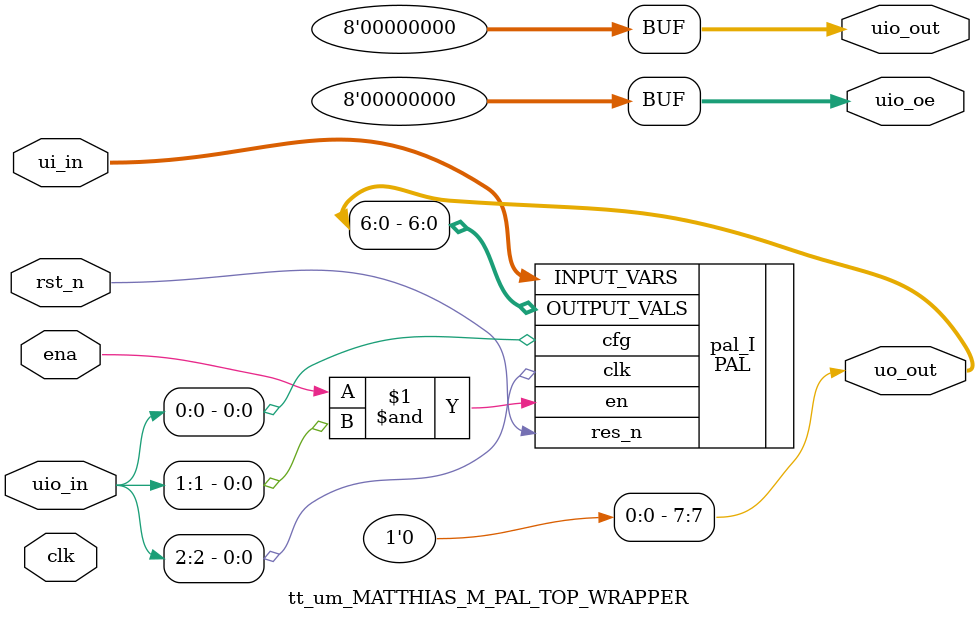
<source format=v>
/*
 * Copyright (c) 2024 Your Name
 * SPDX-License-Identifier: Apache-2.0
 */

`define default_netname none

module tt_um_MATTHIAS_M_PAL_TOP_WRAPPER (
    input  wire [7:0] ui_in,    // Dedicated inputs
    output wire [7:0] uo_out,   // Dedicated outputs
    input  wire [7:0] uio_in,   // IOs: Input path
    output wire [7:0] uio_out,  // IOs: Output path
    output wire [7:0] uio_oe,   // IOs: Enable path (active high: 0=input, 1=output)
    input  wire       ena,      // will go high when the design is enabled
    input  wire       clk,      // clock
    input  wire       rst_n     // reset_n - low to reset
);

  // !!!!!!!!!!!!!!!!!!!!!!!!!!!!!!!!!!!!!!!!
  // PAL size parameters
  parameter NUM_INPUTS = 8;
  parameter NUM_INTERMEDIATE_STAGES = 36;
  parameter NUM_OUTPUTS = 7;
  // !!!!!!!!!!!!!!!!!!!!!!!!!!!!!!!!!!!!!!!!

  // All output pins must be assigned. If not used, assign to 0. 
  assign uio_out = 0;
  // IO pin configuration
  assign uio_oe = 8'b0000_0000; // all IOs are inputs (the LSB is used to shift in Config data)
  assign uo_out[7:NUM_OUTPUTS] = {(8-NUM_OUTPUTS){1'b0}}; // tie unused outputs to 0

  // Pin assignment
  // Clock: uio_in[2]
  // Reset: res_n
  // Enable: uio_in[1]
  // Config bit: uio_in[0]

  // Input vars: ui_in[7:0]
  // Output vars: uo_out[3:0]

  // clk is unused!

  // PAL instance
  PAL #(
    .N(NUM_INPUTS), // Number of Inputs
    .M(NUM_OUTPUTS), // NUmber of outputs
    .P(NUM_INTERMEDIATE_STAGES) // Number of intermediate stages
  ) pal_I (
    .clk(uio_in[2]), // do clock gating with ena signal?
    .res_n(rst_n),
    .en(ena & uio_in[1]), // if the enable signal is asserted the configuration is applied to the PAL fabric (also the design must be selected with the tto_en)
    .cfg(uio_in[0]),
    .INPUT_VARS(ui_in[NUM_INPUTS-1:0]),
    .OUTPUT_VALS(uo_out[NUM_OUTPUTS-1:0])
  );

endmodule

</source>
